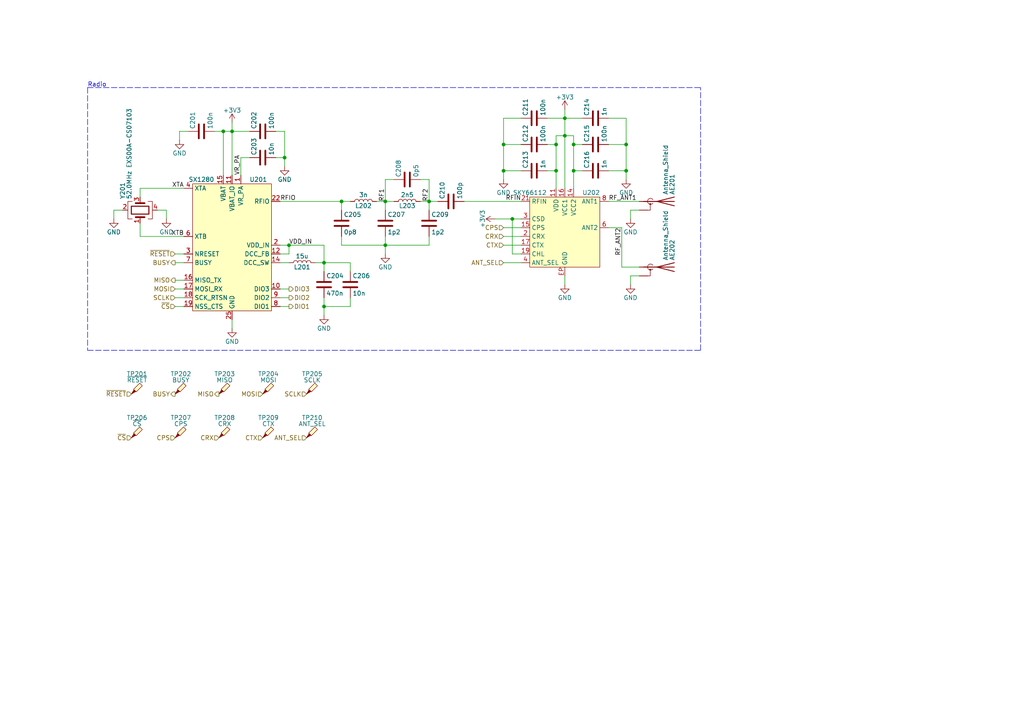
<source format=kicad_sch>
(kicad_sch (version 20211123) (generator eeschema)
  (paper "A4")
  (title_block (title "Caesar") (date "2022-08-17") (rev "2.1") (company "luhbots") (comment 1 "Radio Communications with Robots"))
  (lib_symbols
    (symbol "Connector:TestPoint_Probe" (pin_numbers hide) (pin_names (offset 0.762) hide)
      (property "Reference" "TP" (at 1.651 5.842 0))
      (property "Value" "TestPoint_Probe" (at 1.651 4.064 0))
      (symbol "TestPoint_Probe_0_1"
        (polyline (pts (xy 1.27 0.762) (xy 0 0) (xy 0.762 1.27) (xy 1.27 0.762)) (fill (type outline)))
        (polyline (pts (xy 1.397 0.635) (xy 0.635 1.397) (xy 2.413 3.175) (xy 3.175 2.413) (xy 1.397 0.635)) (fill (type background)))
      )
      (symbol "TestPoint_Probe_1_1"
        (pin passive line (at 0 0 90) (length 0) (name "1") (number "1"))
      )
    )
    (symbol "Device:Antenna_Shield" (pin_numbers hide) (pin_names (offset 1.016) hide)
      (property "Reference" "AE" (at -1.905 4.445 0))
      (property "Value" "Antenna_Shield" (at -1.905 2.54 0))
      (symbol "Antenna_Shield_0_1"
        (arc (start -0.508 -1.143) (mid -0.8429 -2.1194) (end 0 -2.667))
        (arc (start 0 -2.667) (mid 0.7989 -2.1052) (end 0.508 -1.143))
        (polyline (pts (xy 0 -2.54) (xy 0 0)))
        (polyline (pts (xy 0 5.08) (xy 0 -3.81)) (stroke (width 0.254)))
        (polyline (pts (xy 0.762 -1.905) (xy 2.54 -1.905)))
        (polyline (pts (xy 2.54 -2.54) (xy 2.54 -1.905)))
        (polyline (pts (xy 1.27 5.08) (xy 0 0) (xy -1.27 5.08)) (stroke (width 0.254)))
        (circle (center 0.762 -1.905) (radius 0.1778) (fill (type outline)))
      )
      (symbol "Antenna_Shield_1_1"
        (pin input line (at 0 -5.08 90) (length 2.54) (name "A") (number "1"))
        (pin input line (at 2.54 -5.08 90) (length 2.54) (name "Shield") (number "2"))
      )
    )
    (symbol "Device:C" (pin_numbers hide) (pin_names (offset 0.254))
      (property "Reference" "C" (at 0.635 2.54 0))
      (property "Value" "C" (at 0.635 -2.54 0))
      (symbol "C_0_1"
        (polyline (pts (xy -2.032 -0.762) (xy 2.032 -0.762)) (stroke (width 0.508)))
        (polyline (pts (xy -2.032 0.762) (xy 2.032 0.762)) (stroke (width 0.508)))
      )
      (symbol "C_1_1"
        (pin passive line (at 0 3.81 270) (length 2.794) (name "~") (number "1"))
        (pin passive line (at 0 -3.81 90) (length 2.794) (name "~") (number "2"))
      )
    )
    (symbol "Device:Crystal_GND24" (pin_names (offset 1.016) hide)
      (property "Reference" "Y" (at 3.175 5.08 0))
      (property "Value" "Crystal_GND24" (at 3.175 3.175 0))
      (symbol "Crystal_GND24_0_1"
        (rectangle (start -1.143 2.54) (end 1.143 -2.54) (stroke (width 0.3048)))
        (polyline (pts (xy -2.54 0) (xy -2.032 0)))
        (polyline (pts (xy -2.032 -1.27) (xy -2.032 1.27)) (stroke (width 0.508)))
        (polyline (pts (xy 0 -3.81) (xy 0 -3.556)))
        (polyline (pts (xy 0 3.556) (xy 0 3.81)))
        (polyline (pts (xy 2.032 -1.27) (xy 2.032 1.27)) (stroke (width 0.508)))
        (polyline (pts (xy 2.032 0) (xy 2.54 0)))
        (polyline (pts (xy -2.54 -2.286) (xy -2.54 -3.556) (xy 2.54 -3.556) (xy 2.54 -2.286)))
        (polyline (pts (xy -2.54 2.286) (xy -2.54 3.556) (xy 2.54 3.556) (xy 2.54 2.286)))
      )
      (symbol "Crystal_GND24_1_1"
        (pin passive line (at -3.81 0 0) (length 1.27) (name "1") (number "1"))
        (pin passive line (at 0 5.08 270) (length 1.27) (name "2") (number "2"))
        (pin passive line (at 3.81 0 180) (length 1.27) (name "3") (number "3"))
        (pin passive line (at 0 -5.08 90) (length 1.27) (name "4") (number "4"))
      )
    )
    (symbol "Device:L" (pin_numbers hide) (pin_names (offset 1.016) hide)
      (property "Reference" "L" (at -1.27 0 90))
      (property "Value" "L" (at 1.905 0 90))
      (symbol "L_0_1"
        (arc (start 0 -2.54) (mid 0.635 -1.905) (end 0 -1.27))
        (arc (start 0 -1.27) (mid 0.635 -0.635) (end 0 0))
        (arc (start 0 0) (mid 0.635 0.635) (end 0 1.27))
        (arc (start 0 1.27) (mid 0.635 1.905) (end 0 2.54))
      )
      (symbol "L_1_1"
        (pin passive line (at 0 3.81 270) (length 1.27) (name "1") (number "1"))
        (pin passive line (at 0 -3.81 90) (length 1.27) (name "2") (number "2"))
      )
    )
    (symbol "SKY66112:SKY66112"
      (property "Reference" "U" (at 7.62 11.43 0))
      (property "Value" "SKY66112" (at -10.16 11.43 0))
      (symbol "SKY66112_0_1"
        (rectangle (start -10.16 10.16) (end 10.16 -10.16) (fill (type background)))
      )
      (symbol "SKY66112_1_1"
        (pin power_in line (at 0 -12.7 90) (length 2.54) hide (name "GND") (number "1"))
        (pin power_in line (at 0 -12.7 90) (length 2.54) hide (name "GND") (number "10"))
        (pin power_in line (at -2.54 12.7 270) (length 2.54) (name "VDD") (number "11"))
        (pin power_in line (at 0 -12.7 90) (length 2.54) hide (name "GND") (number "12"))
        (pin power_in line (at 0 -12.7 90) (length 2.54) hide (name "GND") (number "13"))
        (pin power_in line (at 2.54 12.7 270) (length 2.54) (name "VCC2") (number "14"))
        (pin input line (at -12.7 1.27 0) (length 2.54) (name "CPS") (number "15"))
        (pin power_in line (at 0 12.7 270) (length 2.54) (name "VCC1") (number "16"))
        (pin input line (at -12.7 -3.81 0) (length 2.54) (name "CTX") (number "17"))
        (pin power_in line (at 0 -12.7 90) (length 2.54) hide (name "GND") (number "18"))
        (pin input line (at -12.7 -6.35 0) (length 2.54) (name "CHL") (number "19"))
        (pin input line (at -12.7 -1.27 0) (length 2.54) (name "CRX") (number "2"))
        (pin power_in line (at 0 -12.7 90) (length 2.54) hide (name "GND") (number "20"))
        (pin bidirectional line (at -12.7 8.89 0) (length 2.54) (name "RFIN") (number "21"))
        (pin power_in line (at 0 -12.7 90) (length 2.54) hide (name "GND") (number "22"))
        (pin input line (at -12.7 3.81 0) (length 2.54) (name "CSD") (number "3"))
        (pin input line (at -12.7 -8.89 0) (length 2.54) (name "ANT_SEL") (number "4"))
        (pin power_in line (at 0 -12.7 90) (length 2.54) hide (name "GND") (number "5"))
        (pin bidirectional line (at 12.7 1.27 180) (length 2.54) (name "ANT2") (number "6"))
        (pin power_in line (at 0 -12.7 90) (length 2.54) hide (name "GND") (number "7"))
        (pin bidirectional line (at 12.7 8.89 180) (length 2.54) (name "ANT1") (number "8"))
        (pin power_in line (at 0 -12.7 90) (length 2.54) hide (name "GND") (number "9"))
        (pin power_in line (at 0 -12.7 90) (length 2.54) (name "GND") (number "EP"))
      )
    )
    (symbol "SX1280:SX1280"
      (property "Reference" "U" (at 7.62 19.05 0))
      (property "Value" "SX1280" (at -8.89 19.05 0))
      (symbol "SX1280_0_1"
        (rectangle (start -11.43 17.78) (end 11.43 -19.05) (fill (type background)))
      )
      (symbol "SX1280_1_1"
        (pin power_out line (at 2.54 20.32 270) (length 2.54) (name "VR_PA") (number "1"))
        (pin bidirectional line (at 13.97 -12.7 180) (length 2.54) (name "DIO3") (number "10"))
        (pin power_in line (at 0 20.32 270) (length 2.54) (name "VBAT_IO") (number "11"))
        (pin power_out line (at 13.97 -2.54 180) (length 2.54) (name "DCC_FB") (number "12"))
        (pin power_in line (at 0 -21.59 90) (length 2.54) hide (name "GND") (number "13"))
        (pin power_out line (at 13.97 -5.08 180) (length 2.54) (name "DCC_SW") (number "14"))
        (pin power_in line (at -2.54 20.32 270) (length 2.54) (name "VBAT") (number "15"))
        (pin output line (at -13.97 -10.16 0) (length 2.54) (name "MISO_TX") (number "16"))
        (pin input line (at -13.97 -12.7 0) (length 2.54) (name "MOSI_RX") (number "17"))
        (pin input line (at -13.97 -15.24 0) (length 2.54) (name "SCK_RTSN") (number "18"))
        (pin input line (at -13.97 -17.78 0) (length 2.54) (name "NSS_CTS") (number "19"))
        (pin power_in line (at 13.97 0 180) (length 2.54) (name "VDD_IN") (number "2"))
        (pin power_in line (at 0 -21.59 90) (length 2.54) hide (name "GND") (number "20"))
        (pin power_in line (at 0 -21.59 90) (length 2.54) hide (name "GND") (number "21"))
        (pin bidirectional line (at 13.97 12.7 180) (length 2.54) (name "RFIO") (number "22"))
        (pin power_in line (at 0 -21.59 90) (length 2.54) hide (name "GND") (number "23"))
        (pin power_in line (at 0 -21.59 90) (length 2.54) hide (name "GND") (number "24"))
        (pin power_in line (at 0 -21.59 90) (length 2.54) (name "GND") (number "25"))
        (pin input line (at -13.97 -2.54 0) (length 2.54) (name "NRESET") (number "3"))
        (pin bidirectional line (at -13.97 16.51 0) (length 2.54) (name "XTA") (number "4"))
        (pin power_in line (at 0 -21.59 90) (length 2.54) hide (name "GND") (number "5"))
        (pin bidirectional line (at -13.97 2.54 0) (length 2.54) (name "XTB") (number "6"))
        (pin output line (at -13.97 -5.08 0) (length 2.54) (name "BUSY") (number "7"))
        (pin bidirectional line (at 13.97 -17.78 180) (length 2.54) (name "DIO1") (number "8"))
        (pin bidirectional line (at 13.97 -15.24 180) (length 2.54) (name "DIO2") (number "9"))
      )
    )
    (symbol "power:+3V3" (power) (pin_names (offset 0))
      (property "Value" "+3V3" (at 0 3.556 0))
      (symbol "+3V3_0_1"
        (polyline (pts (xy -0.762 1.27) (xy 0 2.54)))
        (polyline (pts (xy 0 0) (xy 0 2.54)))
        (polyline (pts (xy 0 2.54) (xy 0.762 1.27)))
      )
      (symbol "+3V3_1_1"
        (pin power_in line (at 0 0 90) (length 0) hide (name "+3V3") (number "1"))
      )
    )
    (symbol "power:GND" (power) (pin_names (offset 0))
      (property "Value" "GND" (at 0 -3.81 0))
      (symbol "GND_0_1"
        (polyline (pts (xy 0 0) (xy 0 -1.27) (xy 1.27 -1.27) (xy 0 -2.54) (xy -1.27 -1.27) (xy 0 -1.27)))
      )
      (symbol "GND_1_1"
        (pin power_in line (at 0 0 270) (length 0) hide (name "GND") (number "1"))
      )
    )
  )
  (junction (at 161.29 41.91))
  (junction (at 111.76 58.42))
  (junction (at 93.98 88.9))
  (junction (at 146.05 41.91))
  (junction (at 64.77 38.1))
  (junction (at 124.46 58.42))
  (junction (at 99.06 58.42))
  (junction (at 161.29 49.53))
  (junction (at 181.61 49.53))
  (junction (at 163.83 34.29))
  (junction (at 93.98 76.2))
  (junction (at 67.31 38.1))
  (junction (at 166.37 41.91))
  (junction (at 83.82 71.12))
  (junction (at 163.83 39.37))
  (junction (at 166.37 49.53))
  (junction (at 148.59 63.5))
  (junction (at 181.61 41.91))
  (junction (at 111.76 71.12))
  (junction (at 146.05 49.53))
  (junction (at 82.55 45.72))
  (wire (pts (xy 163.83 39.37) (xy 163.83 34.29)))
  (wire (pts (xy 182.88 80.01) (xy 185.42 80.01)))
  (wire (pts (xy 72.39 45.72) (xy 69.85 45.72)))
  (wire (pts (xy 146.05 49.53) (xy 146.05 41.91)))
  (wire (pts (xy 146.05 41.91) (xy 146.05 34.29)))
  (wire (pts (xy 166.37 49.53) (xy 166.37 41.91)))
  (wire (pts (xy 121.92 58.42) (xy 124.46 58.42)))
  (wire (pts (xy 93.98 71.12) (xy 83.82 71.12)))
  (wire (pts (xy 166.37 54.61) (xy 166.37 49.53)))
  (wire (pts (xy 53.34 68.58) (xy 40.64 68.58)))
  (wire (pts (xy 124.46 58.42) (xy 124.46 60.96)))
  (wire (pts (xy 166.37 49.53) (xy 168.91 49.53)))
  (wire (pts (xy 40.64 57.15) (xy 40.64 54.61)))
  (wire (pts (xy 50.8 76.2) (xy 53.34 76.2)))
  (wire (pts (xy 166.37 41.91) (xy 168.91 41.91)))
  (wire (pts (xy 181.61 49.53) (xy 181.61 41.91)))
  (wire (pts (xy 181.61 34.29) (xy 176.53 34.29)))
  (wire (pts (xy 67.31 38.1) (xy 72.39 38.1)))
  (wire (pts (xy 101.6 88.9) (xy 93.98 88.9)))
  (wire (pts (xy 114.3 52.07) (xy 111.76 52.07)))
  (wire (pts (xy 111.76 71.12) (xy 124.46 71.12)))
  (polyline (pts (xy 203.2 101.6) (xy 203.2 25.4)))
  (wire (pts (xy 180.34 66.04) (xy 176.53 66.04)))
  (wire (pts (xy 82.55 48.26) (xy 82.55 45.72)))
  (wire (pts (xy 99.06 58.42) (xy 99.06 60.96)))
  (wire (pts (xy 163.83 80.01) (xy 163.83 82.55)))
  (wire (pts (xy 64.77 50.8) (xy 64.77 38.1)))
  (wire (pts (xy 50.8 88.9) (xy 53.34 88.9)))
  (wire (pts (xy 67.31 50.8) (xy 67.31 38.1)))
  (wire (pts (xy 81.28 76.2) (xy 83.82 76.2)))
  (wire (pts (xy 161.29 54.61) (xy 161.29 49.53)))
  (wire (pts (xy 146.05 68.58) (xy 151.13 68.58)))
  (wire (pts (xy 124.46 52.07) (xy 124.46 58.42)))
  (wire (pts (xy 143.51 63.5) (xy 148.59 63.5)))
  (wire (pts (xy 146.05 71.12) (xy 151.13 71.12)))
  (wire (pts (xy 182.88 63.5) (xy 182.88 60.96)))
  (wire (pts (xy 146.05 34.29) (xy 151.13 34.29)))
  (wire (pts (xy 180.34 77.47) (xy 180.34 66.04)))
  (wire (pts (xy 93.98 88.9) (xy 93.98 91.44)))
  (wire (pts (xy 146.05 41.91) (xy 151.13 41.91)))
  (wire (pts (xy 50.8 81.28) (xy 53.34 81.28)))
  (wire (pts (xy 40.64 54.61) (xy 53.34 54.61)))
  (polyline (pts (xy 25.4 25.4) (xy 203.2 25.4)))
  (wire (pts (xy 176.53 49.53) (xy 181.61 49.53)))
  (wire (pts (xy 166.37 41.91) (xy 166.37 39.37)))
  (wire (pts (xy 93.98 86.36) (xy 93.98 88.9)))
  (wire (pts (xy 35.56 60.96) (xy 33.02 60.96)))
  (wire (pts (xy 148.59 63.5) (xy 148.59 73.66)))
  (wire (pts (xy 101.6 76.2) (xy 93.98 76.2)))
  (wire (pts (xy 182.88 82.55) (xy 182.88 80.01)))
  (wire (pts (xy 101.6 86.36) (xy 101.6 88.9)))
  (polyline (pts (xy 25.4 101.6) (xy 203.2 101.6)))
  (wire (pts (xy 111.76 68.58) (xy 111.76 71.12)))
  (wire (pts (xy 81.28 58.42) (xy 99.06 58.42)))
  (wire (pts (xy 50.8 86.36) (xy 53.34 86.36)))
  (wire (pts (xy 48.26 60.96) (xy 45.72 60.96)))
  (wire (pts (xy 111.76 58.42) (xy 114.3 58.42)))
  (wire (pts (xy 93.98 78.74) (xy 93.98 76.2)))
  (wire (pts (xy 93.98 76.2) (xy 93.98 71.12)))
  (wire (pts (xy 48.26 63.5) (xy 48.26 60.96)))
  (wire (pts (xy 146.05 49.53) (xy 151.13 49.53)))
  (wire (pts (xy 111.76 71.12) (xy 111.76 73.66)))
  (wire (pts (xy 81.28 86.36) (xy 83.82 86.36)))
  (wire (pts (xy 81.28 71.12) (xy 83.82 71.12)))
  (wire (pts (xy 111.76 58.42) (xy 111.76 60.96)))
  (wire (pts (xy 81.28 73.66) (xy 83.82 73.66)))
  (wire (pts (xy 33.02 60.96) (xy 33.02 63.5)))
  (wire (pts (xy 163.83 31.75) (xy 163.83 34.29)))
  (wire (pts (xy 81.28 83.82) (xy 83.82 83.82)))
  (wire (pts (xy 67.31 92.71) (xy 67.31 95.25)))
  (wire (pts (xy 124.46 58.42) (xy 127 58.42)))
  (wire (pts (xy 67.31 35.56) (xy 67.31 38.1)))
  (wire (pts (xy 163.83 54.61) (xy 163.83 39.37)))
  (wire (pts (xy 109.22 58.42) (xy 111.76 58.42)))
  (wire (pts (xy 91.44 76.2) (xy 93.98 76.2)))
  (wire (pts (xy 161.29 49.53) (xy 161.29 41.91)))
  (wire (pts (xy 101.6 78.74) (xy 101.6 76.2)))
  (wire (pts (xy 163.83 34.29) (xy 168.91 34.29)))
  (wire (pts (xy 148.59 73.66) (xy 151.13 73.66)))
  (wire (pts (xy 161.29 41.91) (xy 161.29 39.37)))
  (wire (pts (xy 52.07 38.1) (xy 54.61 38.1)))
  (wire (pts (xy 50.8 83.82) (xy 53.34 83.82)))
  (wire (pts (xy 148.59 63.5) (xy 151.13 63.5)))
  (wire (pts (xy 176.53 41.91) (xy 181.61 41.91)))
  (wire (pts (xy 99.06 58.42) (xy 101.6 58.42)))
  (wire (pts (xy 81.28 88.9) (xy 83.82 88.9)))
  (wire (pts (xy 185.42 77.47) (xy 180.34 77.47)))
  (polyline (pts (xy 25.4 25.4) (xy 25.4 101.6)))
  (wire (pts (xy 161.29 41.91) (xy 158.75 41.91)))
  (wire (pts (xy 124.46 71.12) (xy 124.46 68.58)))
  (wire (pts (xy 181.61 41.91) (xy 181.61 34.29)))
  (wire (pts (xy 50.8 73.66) (xy 53.34 73.66)))
  (wire (pts (xy 182.88 60.96) (xy 185.42 60.96)))
  (wire (pts (xy 166.37 39.37) (xy 163.83 39.37)))
  (wire (pts (xy 82.55 38.1) (xy 80.01 38.1)))
  (wire (pts (xy 163.83 34.29) (xy 158.75 34.29)))
  (wire (pts (xy 52.07 40.64) (xy 52.07 38.1)))
  (wire (pts (xy 158.75 49.53) (xy 161.29 49.53)))
  (wire (pts (xy 69.85 45.72) (xy 69.85 50.8)))
  (wire (pts (xy 67.31 38.1) (xy 64.77 38.1)))
  (wire (pts (xy 83.82 73.66) (xy 83.82 71.12)))
  (wire (pts (xy 146.05 66.04) (xy 151.13 66.04)))
  (wire (pts (xy 134.62 58.42) (xy 151.13 58.42)))
  (wire (pts (xy 146.05 76.2) (xy 151.13 76.2)))
  (wire (pts (xy 176.53 58.42) (xy 185.42 58.42)))
  (wire (pts (xy 111.76 52.07) (xy 111.76 58.42)))
  (wire (pts (xy 99.06 71.12) (xy 111.76 71.12)))
  (wire (pts (xy 161.29 39.37) (xy 163.83 39.37)))
  (wire (pts (xy 146.05 52.07) (xy 146.05 49.53)))
  (wire (pts (xy 121.92 52.07) (xy 124.46 52.07)))
  (wire (pts (xy 80.01 45.72) (xy 82.55 45.72)))
  (wire (pts (xy 99.06 68.58) (xy 99.06 71.12)))
  (wire (pts (xy 40.64 68.58) (xy 40.64 64.77)))
  (wire (pts (xy 181.61 52.07) (xy 181.61 49.53)))
  (wire (pts (xy 64.77 38.1) (xy 62.23 38.1)))
  (wire (pts (xy 82.55 45.72) (xy 82.55 38.1)))
  (text "Radio" (at 25.4 25.4 0) (effects (font (size 1.27 1.27)) (justify left bottom)))
  (label "VR_PA" (at 69.85 50.8 90))
  (label "RFIO" (at 81.28 58.42 0))
  (label "XTA" (at 53.34 54.61 180))
  (label "RF2" (at 124.46 58.42 90))
  (label "RF_ANT1" (at 176.53 58.42 0))
  (label "RF1" (at 111.76 58.42 90))
  (label "XTB" (at 53.34 68.58 180))
  (label "RF_ANT2" (at 180.34 66.04 270))
  (label "VDD_IN" (at 83.82 71.12 0))
  (label "RFIN" (at 151.13 58.42 180))
  (hierarchical_label "~{CS}" (shape input) (at 50.8 88.9 180))
  (hierarchical_label "CPS" (shape input) (at 50.8 127 180))
  (hierarchical_label "CRX" (shape input) (at 146.05 68.58 180))
  (hierarchical_label "DIO3" (shape output) (at 83.82 83.82 0))
  (hierarchical_label "MOSI" (shape input) (at 76.2 114.3 180))
  (hierarchical_label "SCLK" (shape input) (at 50.8 86.36 180))
  (hierarchical_label "CRX" (shape input) (at 63.5 127 180))
  (hierarchical_label "ANT_SEL" (shape input) (at 88.9 127 180))
  (hierarchical_label "CTX" (shape input) (at 76.2 127 180))
  (hierarchical_label "BUSY" (shape output) (at 50.8 76.2 180))
  (hierarchical_label "MISO" (shape output) (at 63.5 114.3 180))
  (hierarchical_label "~{RESET}" (shape input) (at 50.8 73.66 180))
  (hierarchical_label "BUSY" (shape output) (at 50.8 114.3 180))
  (hierarchical_label "~{RESET}" (shape input) (at 38.1 114.3 180))
  (hierarchical_label "ANT_SEL" (shape input) (at 146.05 76.2 180))
  (hierarchical_label "DIO1" (shape output) (at 83.82 88.9 0))
  (hierarchical_label "SCLK" (shape input) (at 88.9 114.3 180))
  (hierarchical_label "~{CS}" (shape input) (at 38.1 127 180))
  (hierarchical_label "MISO" (shape output) (at 50.8 81.28 180))
  (hierarchical_label "DIO2" (shape output) (at 83.82 86.36 0))
  (hierarchical_label "CPS" (shape input) (at 146.05 66.04 180))
  (hierarchical_label "MOSI" (shape input) (at 50.8 83.82 180))
  (hierarchical_label "CTX" (shape input) (at 146.05 71.12 180))
  (symbol (lib_id "power:GND") (at 67.31 95.25 0) (unit 1)
    (property "Reference" "#PWR0205" (effects hide))
    (property "Value" "GND" (at 67.31 99.06 0))
  )
  (symbol (lib_id "Device:C") (at 99.06 64.77 0) (unit 1)
    (property "Reference" "C205" (at 99.695 62.23 0) (effects (justify left)))
    (property "Value" "0p8" (at 99.695 67.31 0) (effects (justify left)))
    (property "Footprint" "Capacitor_SMD:C_0402_1005Metric" (effects hide))
  )
  (symbol (lib_id "Device:Crystal_GND24") (at 40.64 60.96 90) (unit 1)
    (property "Reference" "Y201" (at 35.56 57.785 0) (effects (justify left)))
    (property "Value" "52.0MHz EXS00A-CS07103" (at 37.465 57.785 0) (effects (justify left)))
    (property "Footprint" "Crystal:Crystal_SMD_2016-4Pin_2.0x1.6mm" (effects hide))
  )
  (symbol (lib_id "Device:C") (at 93.98 82.55 0) (unit 1)
    (property "Reference" "C204" (at 94.615 80.01 0) (effects (justify left)))
    (property "Value" "470n" (at 94.615 85.09 0) (effects (justify left)))
    (property "Footprint" "Capacitor_SMD:C_0402_1005Metric" (effects hide))
  )
  (symbol (lib_id "Device:L") (at 105.41 58.42 90) (unit 1)
    (property "Reference" "L202" (at 105.41 59.69 90))
    (property "Value" "3n" (at 105.41 56.515 90))
    (property "Footprint" "Inductor_SMD:L_0402_1005Metric" (effects hide))
  )
  (symbol (lib_id "Device:C") (at 172.72 34.29 90) (unit 1)
    (property "Reference" "C214" (at 170.18 33.655 0) (effects (justify left)))
    (property "Value" "1n" (at 175.26 33.655 0) (effects (justify left)))
    (property "Footprint" "Capacitor_SMD:C_0402_1005Metric" (effects hide))
  )
  (symbol (lib_id "Connector:TestPoint_Probe") (at 63.5 127 0) (unit 1)
    (property "Reference" "TP208" (at 65.151 121.158 0))
    (property "Value" "CRX" (at 65.151 122.936 0))
    (property "Footprint" "TestPoint:TestPoint_Pad_D1.0mm" (effects hide))
  )
  (symbol (lib_id "Connector:TestPoint_Probe") (at 63.5 114.3 0) (unit 1)
    (property "Reference" "TP203" (at 65.151 108.458 0))
    (property "Value" "MISO" (at 65.151 110.236 0))
    (property "Footprint" "TestPoint:TestPoint_Pad_D1.0mm" (effects hide))
  )
  (symbol (lib_id "power:+3V3") (at 67.31 35.56 0) (unit 1)
    (property "Reference" "#PWR0204" (effects hide))
    (property "Value" "+3V3" (at 67.31 32.004 0))
  )
  (symbol (lib_id "power:GND") (at 52.07 40.64 0) (unit 1)
    (property "Reference" "#PWR0203" (effects hide))
    (property "Value" "GND" (at 52.07 44.45 0))
  )
  (symbol (lib_id "Device:C") (at 124.46 64.77 0) (unit 1)
    (property "Reference" "C209" (at 125.095 62.23 0) (effects (justify left)))
    (property "Value" "1p2" (at 125.095 67.31 0) (effects (justify left)))
    (property "Footprint" "Capacitor_SMD:C_0402_1005Metric" (effects hide))
  )
  (symbol (lib_id "power:GND") (at 48.26 63.5 0) (unit 1)
    (property "Reference" "#PWR0202" (effects hide))
    (property "Value" "GND" (at 48.26 67.31 0))
  )
  (symbol (lib_id "Device:L") (at 118.11 58.42 90) (unit 1)
    (property "Reference" "L203" (at 118.11 59.69 90))
    (property "Value" "2n5" (at 118.11 56.515 90))
    (property "Footprint" "Inductor_SMD:L_0402_1005Metric" (effects hide))
  )
  (symbol (lib_id "Device:C") (at 172.72 41.91 90) (unit 1)
    (property "Reference" "C215" (at 170.18 41.275 0) (effects (justify left)))
    (property "Value" "100n" (at 175.26 41.275 0) (effects (justify left)))
    (property "Footprint" "Capacitor_SMD:C_0402_1005Metric" (effects hide))
  )
  (symbol (lib_id "Device:C") (at 111.76 64.77 0) (unit 1)
    (property "Reference" "C207" (at 112.395 62.23 0) (effects (justify left)))
    (property "Value" "1p2" (at 112.395 67.31 0) (effects (justify left)))
    (property "Footprint" "Capacitor_SMD:C_0402_1005Metric" (effects hide))
  )
  (symbol (lib_id "Connector:TestPoint_Probe") (at 38.1 114.3 0) (unit 1) (in_bom no)
    (property "Reference" "TP201" (at 39.751 108.458 0))
    (property "Value" "~{RESET}" (at 39.751 110.236 0))
    (property "Footprint" "TestPoint:TestPoint_Pad_D1.0mm" (effects hide))
  )
  (symbol (lib_id "SX1280:SX1280") (at 67.31 71.12 0) (unit 1)
    (property "Reference" "U201" (at 74.93 52.07 0))
    (property "Value" "SX1280" (at 58.42 52.07 0))
    (property "Footprint" "Package_DFN_QFN:QFN-24-1EP_4x4mm_P0.5mm_EP2.7x2.7mm_ThermalVias" (effects hide))
    (property "Datasheet" "https://semtech.my.salesforce.com/sfc/p/#E0000000JelG/a/2R000000HoCW/8EVYKPLcthcKCB_cKzApAc6Xf6tAHtn9.UKcOh7SNmg" (effects hide))
  )
  (symbol (lib_id "Device:C") (at 76.2 45.72 90) (unit 1)
    (property "Reference" "C203" (at 73.66 45.085 0) (effects (justify left)))
    (property "Value" "10n" (at 78.74 45.085 0) (effects (justify left)))
    (property "Footprint" "Capacitor_SMD:C_0402_1005Metric" (effects hide))
  )
  (symbol (lib_id "power:GND") (at 33.02 63.5 0) (unit 1)
    (property "Reference" "#PWR0201" (effects hide))
    (property "Value" "GND" (at 33.02 67.31 0))
  )
  (symbol (lib_id "Connector:TestPoint_Probe") (at 50.8 127 0) (unit 1)
    (property "Reference" "TP207" (at 52.451 121.158 0))
    (property "Value" "CPS" (at 52.451 122.936 0))
    (property "Footprint" "TestPoint:TestPoint_Pad_D1.0mm" (effects hide))
  )
  (symbol (lib_id "Connector:TestPoint_Probe") (at 38.1 127 0) (unit 1)
    (property "Reference" "TP206" (at 39.751 121.158 0))
    (property "Value" "~{CS}" (at 39.751 122.936 0))
    (property "Footprint" "TestPoint:TestPoint_Pad_D1.0mm" (effects hide))
  )
  (symbol (lib_id "Device:C") (at 130.81 58.42 90) (unit 1)
    (property "Reference" "C210" (at 128.27 57.785 0) (effects (justify left)))
    (property "Value" "100p" (at 133.35 57.785 0) (effects (justify left)))
    (property "Footprint" "Capacitor_SMD:C_0402_1005Metric" (effects hide))
  )
  (symbol (lib_id "power:GND") (at 182.88 82.55 0) (unit 1)
    (property "Reference" "#PWR0216" (effects hide))
    (property "Value" "GND" (at 182.88 86.36 0))
  )
  (symbol (lib_id "Connector:TestPoint_Probe") (at 88.9 127 0) (unit 1)
    (property "Reference" "TP210" (at 90.551 121.158 0))
    (property "Value" "ANT_SEL" (at 90.551 122.936 0))
    (property "Footprint" "TestPoint:TestPoint_Pad_D1.0mm" (effects hide))
  )
  (symbol (lib_id "Device:C") (at 154.94 41.91 90) (unit 1)
    (property "Reference" "C212" (at 152.4 41.275 0) (effects (justify left)))
    (property "Value" "100n" (at 157.48 41.275 0) (effects (justify left)))
    (property "Footprint" "Capacitor_SMD:C_0402_1005Metric" (effects hide))
  )
  (symbol (lib_id "Connector:TestPoint_Probe") (at 76.2 127 0) (unit 1)
    (property "Reference" "TP209" (at 77.851 121.158 0))
    (property "Value" "CTX" (at 77.851 122.936 0))
    (property "Footprint" "TestPoint:TestPoint_Pad_D1.0mm" (effects hide))
  )
  (symbol (lib_id "Device:C") (at 172.72 49.53 90) (unit 1)
    (property "Reference" "C216" (at 170.18 48.895 0) (effects (justify left)))
    (property "Value" "1n" (at 175.26 48.895 0) (effects (justify left)))
    (property "Footprint" "Capacitor_SMD:C_0402_1005Metric" (effects hide))
  )
  (symbol (lib_id "power:GND") (at 82.55 48.26 0) (unit 1)
    (property "Reference" "#PWR0206" (effects hide))
    (property "Value" "GND" (at 82.55 52.07 0))
  )
  (symbol (lib_id "power:+3V3") (at 163.83 31.75 0) (unit 1)
    (property "Reference" "#PWR0212" (effects hide))
    (property "Value" "+3V3" (at 163.83 28.194 0))
  )
  (symbol (lib_id "Device:Antenna_Shield") (at 190.5 58.42 270) (unit 1)
    (property "Reference" "AE201" (at 194.945 56.515 0) (effects (justify right)))
    (property "Value" "Antenna_Shield" (at 193.04 56.515 0) (effects (justify right)))
    (property "Footprint" "Connector_Coaxial:SMA_Molex_73251-1153_EdgeMount_Horizontal" (effects hide))
  )
  (symbol (lib_id "power:GND") (at 111.76 73.66 0) (unit 1)
    (property "Reference" "#PWR0208" (effects hide))
    (property "Value" "GND" (at 111.76 77.47 0))
  )
  (symbol (lib_id "power:GND") (at 181.61 52.07 0) (unit 1)
    (property "Reference" "#PWR0214" (effects hide))
    (property "Value" "GND" (at 181.61 55.88 0))
  )
  (symbol (lib_id "Device:C") (at 101.6 82.55 0) (unit 1)
    (property "Reference" "C206" (at 102.235 80.01 0) (effects (justify left)))
    (property "Value" "10n" (at 102.235 85.09 0) (effects (justify left)))
    (property "Footprint" "Capacitor_SMD:C_0402_1005Metric" (effects hide))
  )
  (symbol (lib_id "Device:C") (at 58.42 38.1 90) (unit 1)
    (property "Reference" "C201" (at 55.88 37.465 0) (effects (justify left)))
    (property "Value" "100n" (at 60.96 37.465 0) (effects (justify left)))
    (property "Footprint" "Capacitor_SMD:C_0402_1005Metric" (effects hide))
  )
  (symbol (lib_id "power:GND") (at 146.05 52.07 0) (unit 1)
    (property "Reference" "#PWR0210" (effects hide))
    (property "Value" "GND" (at 146.05 55.88 0))
  )
  (symbol (lib_id "power:+3V3") (at 143.51 63.5 90) (unit 1)
    (property "Reference" "#PWR0209" (effects hide))
    (property "Value" "+3V3" (at 139.954 63.5 0))
  )
  (symbol (lib_id "Connector:TestPoint_Probe") (at 88.9 114.3 0) (unit 1)
    (property "Reference" "TP205" (at 90.551 108.458 0))
    (property "Value" "SCLK" (at 90.551 110.236 0))
    (property "Footprint" "TestPoint:TestPoint_Pad_D1.0mm" (effects hide))
  )
  (symbol (lib_id "Device:C") (at 76.2 38.1 90) (unit 1)
    (property "Reference" "C202" (at 73.66 37.465 0) (effects (justify left)))
    (property "Value" "100n" (at 78.74 37.465 0) (effects (justify left)))
    (property "Footprint" "Capacitor_SMD:C_0402_1005Metric" (effects hide))
  )
  (symbol (lib_id "SKY66112:SKY66112") (at 163.83 67.31 0) (unit 1)
    (property "Reference" "U202" (at 171.45 55.88 0))
    (property "Value" "SKY66112" (at 153.67 55.88 0))
    (property "Footprint" "SKY66112:SKY66112" (effects hide))
    (property "Datasheet" "https://www.skyworksinc.com/-/media/SkyWorks/Documents/Products/2201-2300/SKY66112_11_203225M.pdf" (effects hide))
  )
  (symbol (lib_id "Device:L") (at 87.63 76.2 90) (unit 1)
    (property "Reference" "L201" (at 87.63 77.47 90))
    (property "Value" "15u" (at 87.63 74.295 90))
    (property "Footprint" "Inductor_SMD:L_1210_3225Metric" (effects hide))
  )
  (symbol (lib_id "Device:C") (at 154.94 34.29 90) (unit 1)
    (property "Reference" "C211" (at 152.4 33.655 0) (effects (justify left)))
    (property "Value" "100n" (at 157.48 33.655 0) (effects (justify left)))
    (property "Footprint" "Capacitor_SMD:C_0402_1005Metric" (effects hide))
  )
  (symbol (lib_id "Device:Antenna_Shield") (at 190.5 77.47 270) (unit 1)
    (property "Reference" "AE202" (at 194.945 75.565 0) (effects (justify right)))
    (property "Value" "Antenna_Shield" (at 193.04 75.565 0) (effects (justify right)))
    (property "Footprint" "Connector_Coaxial:SMA_Molex_73251-1153_EdgeMount_Horizontal" (effects hide))
  )
  (symbol (lib_id "Connector:TestPoint_Probe") (at 76.2 114.3 0) (unit 1)
    (property "Reference" "TP204" (at 77.851 108.458 0))
    (property "Value" "MOSI" (at 77.851 110.236 0))
    (property "Footprint" "TestPoint:TestPoint_Pad_D1.0mm" (effects hide))
  )
  (symbol (lib_id "Device:C") (at 118.11 52.07 90) (unit 1)
    (property "Reference" "C208" (at 115.57 51.435 0) (effects (justify left)))
    (property "Value" "0p5" (at 120.65 51.435 0) (effects (justify left)))
    (property "Footprint" "Capacitor_SMD:C_0402_1005Metric" (effects hide))
  )
  (symbol (lib_id "power:GND") (at 163.83 82.55 0) (unit 1)
    (property "Reference" "#PWR0213" (effects hide))
    (property "Value" "GND" (at 163.83 86.36 0))
  )
  (symbol (lib_id "Device:C") (at 154.94 49.53 90) (unit 1)
    (property "Reference" "C213" (at 152.4 48.895 0) (effects (justify left)))
    (property "Value" "1n" (at 157.48 48.895 0) (effects (justify left)))
    (property "Footprint" "Capacitor_SMD:C_0402_1005Metric" (effects hide))
  )
  (symbol (lib_id "power:GND") (at 182.88 63.5 0) (unit 1)
    (property "Reference" "#PWR0215" (effects hide))
    (property "Value" "GND" (at 182.88 67.31 0))
  )
  (symbol (lib_id "Connector:TestPoint_Probe") (at 50.8 114.3 0) (unit 1)
    (property "Reference" "TP202" (at 52.451 108.458 0))
    (property "Value" "BUSY" (at 52.451 110.236 0))
    (property "Footprint" "TestPoint:TestPoint_Pad_D1.0mm" (effects hide))
  )
  (symbol (lib_id "power:GND") (at 93.98 91.44 0) (unit 1)
    (property "Reference" "#PWR0207" (effects hide))
    (property "Value" "GND" (at 93.98 95.25 0))
  )
)
</source>
